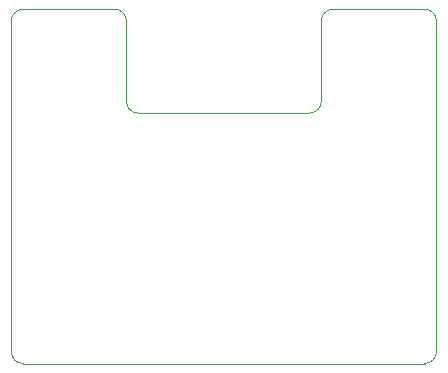
<source format=gbr>
%TF.GenerationSoftware,KiCad,Pcbnew,8.0.4*%
%TF.CreationDate,2024-07-21T20:28:23+02:00*%
%TF.ProjectId,kurumi,6b757275-6d69-42e6-9b69-6361645f7063,rev?*%
%TF.SameCoordinates,Original*%
%TF.FileFunction,Profile,NP*%
%FSLAX46Y46*%
G04 Gerber Fmt 4.6, Leading zero omitted, Abs format (unit mm)*
G04 Created by KiCad (PCBNEW 8.0.4) date 2024-07-21 20:28:23*
%MOMM*%
%LPD*%
G01*
G04 APERTURE LIST*
%TA.AperFunction,Profile*%
%ADD10C,0.100000*%
%TD*%
G04 APERTURE END LIST*
D10*
X48600000Y-42100000D02*
X14600000Y-42100000D01*
X49600000Y-41100000D02*
G75*
G02*
X48600000Y-42100000I-1000000J0D01*
G01*
X13600000Y-41100000D02*
X13600000Y-13100000D01*
X39850000Y-19900000D02*
G75*
G02*
X38850000Y-20900000I-1000000J0D01*
G01*
X14600000Y-42100000D02*
G75*
G02*
X13600000Y-41100000I0J1000000D01*
G01*
X39850000Y-13100000D02*
X39850000Y-19900000D01*
X14600000Y-12100000D02*
X22350000Y-12100000D01*
X22350000Y-12100000D02*
G75*
G02*
X23350000Y-13100000I0J-1000000D01*
G01*
X48600000Y-12100000D02*
G75*
G02*
X49600000Y-13100000I0J-1000000D01*
G01*
X24350000Y-20900000D02*
G75*
G02*
X23350000Y-19900000I0J1000000D01*
G01*
X49600000Y-13100000D02*
X49600000Y-41100000D01*
X13600000Y-13100000D02*
G75*
G02*
X14600000Y-12100000I1000000J0D01*
G01*
X23350000Y-19900000D02*
X23350000Y-13100000D01*
X40850000Y-12100000D02*
X48600000Y-12100000D01*
X39850000Y-13100000D02*
G75*
G02*
X40850000Y-12100000I1000000J0D01*
G01*
X38850000Y-20900000D02*
X24350000Y-20900000D01*
M02*

</source>
